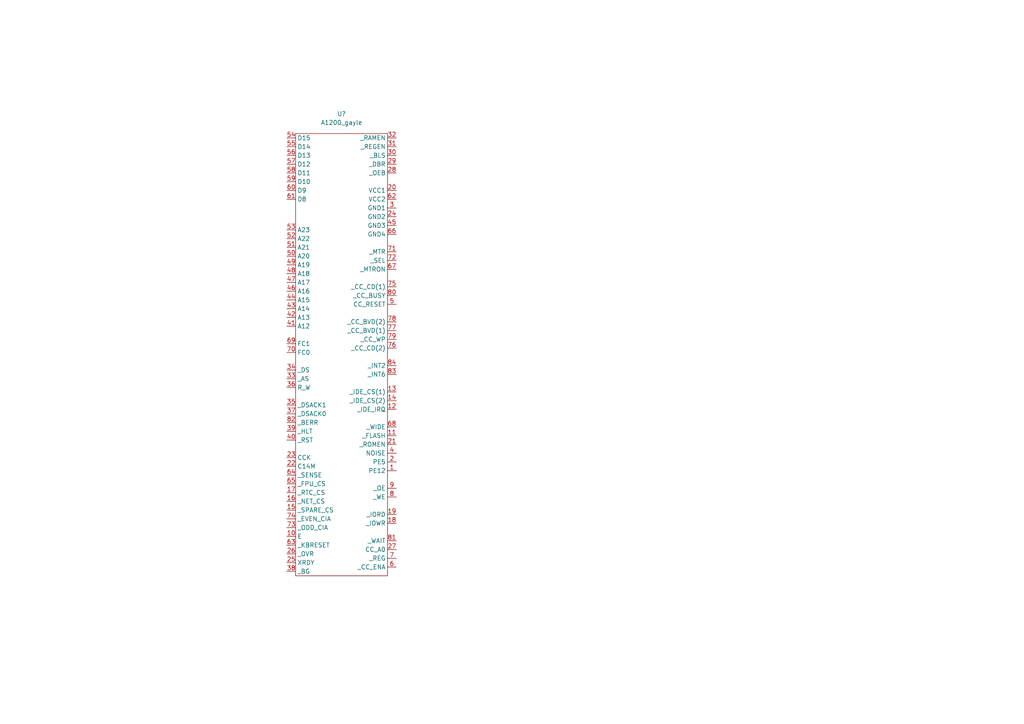
<source format=kicad_sch>
(kicad_sch (version 20211123) (generator eeschema)
  (paper "A4")
  (lib_symbols
    (symbol "FreeVision:A1200_gayle"
      (property "Reference" "U" (at 0 5.08 0))
      (property "Value" "A1200_gayle" (at 0 2.54 0))
      (symbol "A1200_gayle_0_1"
        (rectangle (start -13.97 -1.27) (end 12.7 -129.54))
      )
      (symbol "A1200_gayle_1_1"
        (pin input line (at 15.24 -99.06 180) (length 2.54) (name "PE12") (number "1"))
        (pin input line (at -16.51 -118.11 0) (length 2.54) (name "E") (number "10"))
        (pin input line (at 15.24 -88.9 180) (length 2.54) (name "_FLASH") (number "11"))
        (pin input line (at 15.24 -81.28 180) (length 2.54) (name "_IDE_IRQ") (number "12"))
        (pin input line (at 15.24 -76.2 180) (length 2.54) (name "_IDE_CS(1)") (number "13"))
        (pin input line (at 15.24 -78.74 180) (length 2.54) (name "_IDE_CS(2)") (number "14"))
        (pin input line (at -16.51 -110.49 0) (length 2.54) (name "_SPARE_CS") (number "15"))
        (pin input line (at -16.51 -107.95 0) (length 2.54) (name "_NET_CS") (number "16"))
        (pin input line (at -16.51 -105.41 0) (length 2.54) (name "_RTC_CS") (number "17"))
        (pin input line (at 15.24 -114.3 180) (length 2.54) (name "_IOWR") (number "18"))
        (pin input line (at 15.24 -111.76 180) (length 2.54) (name "_IORD") (number "19"))
        (pin input line (at 15.24 -96.52 180) (length 2.54) (name "PE5") (number "2"))
        (pin input line (at 15.24 -17.78 180) (length 2.54) (name "VCC1") (number "20"))
        (pin input line (at 15.24 -91.44 180) (length 2.54) (name "_ROMEN") (number "21"))
        (pin input line (at -16.51 -97.79 0) (length 2.54) (name "C14M") (number "22"))
        (pin input line (at -16.51 -95.25 0) (length 2.54) (name "CCK") (number "23"))
        (pin input line (at 15.24 -25.4 180) (length 2.54) (name "GND2") (number "24"))
        (pin input line (at -16.51 -125.73 0) (length 2.54) (name "XRDY") (number "25"))
        (pin input line (at -16.51 -123.19 0) (length 2.54) (name "_OVR") (number "26"))
        (pin input line (at 15.24 -121.92 180) (length 2.54) (name "CC_A0") (number "27"))
        (pin input line (at 15.24 -12.7 180) (length 2.54) (name "_OEB") (number "28"))
        (pin input line (at 15.24 -10.16 180) (length 2.54) (name "_DBR") (number "29"))
        (pin input line (at 15.24 -22.86 180) (length 2.54) (name "GND1") (number "3"))
        (pin input line (at 15.24 -7.62 180) (length 2.54) (name "_BLS") (number "30"))
        (pin input line (at 15.24 -5.08 180) (length 2.54) (name "_REGEN") (number "31"))
        (pin input line (at 15.24 -2.54 180) (length 2.54) (name "_RAMEN") (number "32"))
        (pin input line (at -16.51 -72.39 0) (length 2.54) (name "_AS") (number "33"))
        (pin input line (at -16.51 -69.85 0) (length 2.54) (name "_DS") (number "34"))
        (pin input line (at -16.51 -80.01 0) (length 2.54) (name "_DSACK1") (number "35"))
        (pin input line (at -16.51 -74.93 0) (length 2.54) (name "R_W") (number "36"))
        (pin input line (at -16.51 -82.55 0) (length 2.54) (name "_DSACK0") (number "37"))
        (pin input line (at -16.51 -128.27 0) (length 2.54) (name "_BG") (number "38"))
        (pin input line (at -16.51 -87.63 0) (length 2.54) (name "_HLT") (number "39"))
        (pin input line (at 15.24 -93.98 180) (length 2.54) (name "NOISE") (number "4"))
        (pin input line (at -16.51 -90.17 0) (length 2.54) (name "_RST") (number "40"))
        (pin input line (at -16.51 -57.15 0) (length 2.54) (name "A12") (number "41"))
        (pin input line (at -16.51 -54.61 0) (length 2.54) (name "A13") (number "42"))
        (pin input line (at -16.51 -52.07 0) (length 2.54) (name "A14") (number "43"))
        (pin input line (at -16.51 -49.53 0) (length 2.54) (name "A15") (number "44"))
        (pin input line (at 15.24 -27.94 180) (length 2.54) (name "GND3") (number "45"))
        (pin input line (at -16.51 -46.99 0) (length 2.54) (name "A16") (number "46"))
        (pin input line (at -16.51 -44.45 0) (length 2.54) (name "A17") (number "47"))
        (pin input line (at -16.51 -41.91 0) (length 2.54) (name "A18") (number "48"))
        (pin input line (at -16.51 -39.37 0) (length 2.54) (name "A19") (number "49"))
        (pin input line (at 15.24 -50.8 180) (length 2.54) (name "CC_RESET") (number "5"))
        (pin input line (at -16.51 -36.83 0) (length 2.54) (name "A20") (number "50"))
        (pin input line (at -16.51 -34.29 0) (length 2.54) (name "A21") (number "51"))
        (pin input line (at -16.51 -31.75 0) (length 2.54) (name "A22") (number "52"))
        (pin input line (at -16.51 -29.21 0) (length 2.54) (name "A23") (number "53"))
        (pin input line (at -16.51 -2.54 0) (length 2.54) (name "D15") (number "54"))
        (pin input line (at -16.51 -5.08 0) (length 2.54) (name "D14") (number "55"))
        (pin input line (at -16.51 -7.62 0) (length 2.54) (name "D13") (number "56"))
        (pin input line (at -16.51 -10.16 0) (length 2.54) (name "D12") (number "57"))
        (pin input line (at -16.51 -12.7 0) (length 2.54) (name "D11") (number "58"))
        (pin input line (at -16.51 -15.24 0) (length 2.54) (name "D10") (number "59"))
        (pin input line (at 15.24 -127 180) (length 2.54) (name "_CC_ENA") (number "6"))
        (pin input line (at -16.51 -17.78 0) (length 2.54) (name "D9") (number "60"))
        (pin input line (at -16.51 -20.32 0) (length 2.54) (name "D8") (number "61"))
        (pin input line (at 15.24 -20.32 180) (length 2.54) (name "VCC2") (number "62"))
        (pin input line (at -16.51 -120.65 0) (length 2.54) (name "_KBRESET") (number "63"))
        (pin input line (at -16.51 -100.33 0) (length 2.54) (name "_SENSE") (number "64"))
        (pin input line (at -16.51 -102.87 0) (length 2.54) (name "_FPU_CS") (number "65"))
        (pin input line (at 15.24 -30.48 180) (length 2.54) (name "GND4") (number "66"))
        (pin input line (at 15.24 -40.64 180) (length 2.54) (name "_MTRON") (number "67"))
        (pin input line (at 15.24 -86.36 180) (length 2.54) (name "_WIDE") (number "68"))
        (pin input line (at -16.51 -62.23 0) (length 2.54) (name "FC1") (number "69"))
        (pin input line (at 15.24 -124.46 180) (length 2.54) (name "_REG") (number "7"))
        (pin input line (at -16.51 -64.77 0) (length 2.54) (name "FC0") (number "70"))
        (pin input line (at 15.24 -35.56 180) (length 2.54) (name "_MTR") (number "71"))
        (pin input line (at 15.24 -38.1 180) (length 2.54) (name "_SEL") (number "72"))
        (pin input line (at -16.51 -115.57 0) (length 2.54) (name "_ODD_CIA") (number "73"))
        (pin input line (at -16.51 -113.03 0) (length 2.54) (name "_EVEN_CIA") (number "74"))
        (pin input line (at 15.24 -45.72 180) (length 2.54) (name "_CC_CD(1)") (number "75"))
        (pin input line (at 15.24 -63.5 180) (length 2.54) (name "_CC_CD(2)") (number "76"))
        (pin input line (at 15.24 -58.42 180) (length 2.54) (name "_CC_BVD(1)") (number "77"))
        (pin input line (at 15.24 -55.88 180) (length 2.54) (name "_CC_BVD(2)") (number "78"))
        (pin input line (at 15.24 -60.96 180) (length 2.54) (name "_CC_WP") (number "79"))
        (pin input line (at 15.24 -106.68 180) (length 2.54) (name "_WE") (number "8"))
        (pin input line (at 15.24 -48.26 180) (length 2.54) (name "_CC_BUSY") (number "80"))
        (pin input line (at 15.24 -119.38 180) (length 2.54) (name "_WAIT") (number "81"))
        (pin input line (at -16.51 -85.09 0) (length 2.54) (name "_BERR") (number "82"))
        (pin input line (at 15.24 -71.12 180) (length 2.54) (name "_INT6") (number "83"))
        (pin input line (at 15.24 -68.58 180) (length 2.54) (name "_INT2") (number "84"))
        (pin input line (at 15.24 -104.14 180) (length 2.54) (name "_OE") (number "9"))
      )
    )
  )
  (symbol (lib_id "FreeVision:A1200_gayle") (at 99.695 37.465 0) (unit 1)
    (property "Reference" "U?" (at 99.06 33.02 0))
    (property "Value" "A1200_gayle" (at 99.06 35.56 0))
  )
)
</source>
